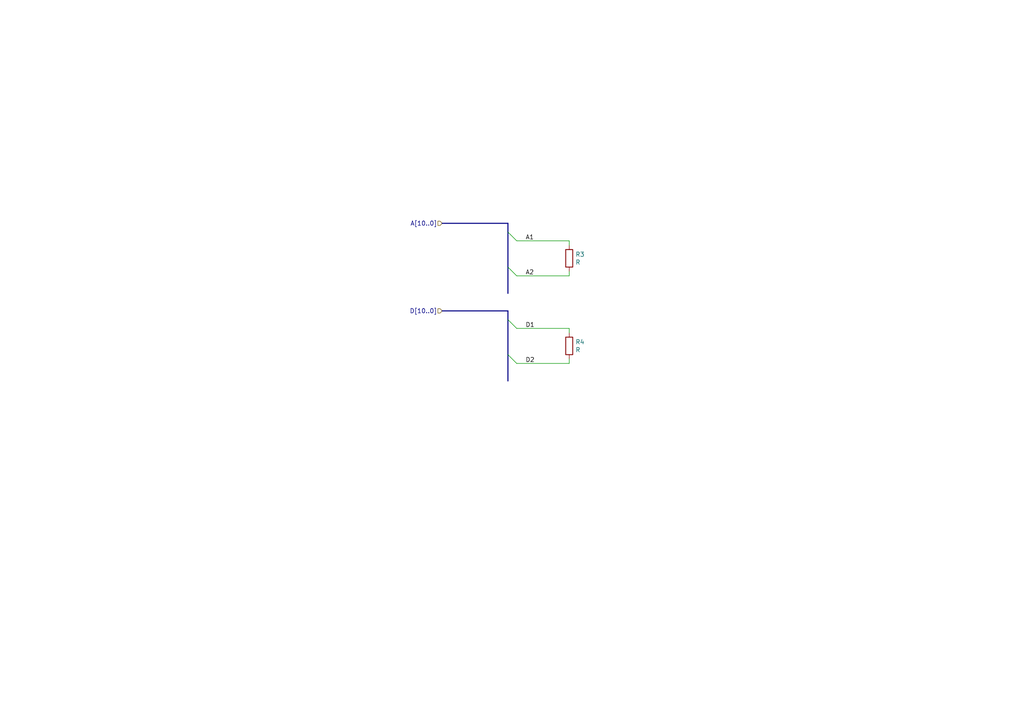
<source format=kicad_sch>
(kicad_sch (version 20200828) (generator eeschema)
  (page 4 4)
  (paper "A4")
  (lib_symbols
    (symbol "Device:R" (pin_numbers hide) (pin_names (offset 0))
      (property "Reference" "R" (at 2.032 0 90))
      (property "Value" "R" (at 0 0 90))
      (symbol "R_0_1"
        (rectangle (start -1.016 -2.54) (end 1.016 2.54) (stroke (width 0.254)))
      )
      (symbol "R_1_1"
        (pin passive line (at 0 3.81 270) (length 1.27) (name "~") (number "1"))
        (pin passive line (at 0 -3.81 90) (length 1.27) (name "~") (number "2"))
      )
    )
  )
  (bus_entry (at 147.32 67.31) (size 2.54 2.54) (stroke (width 0.1524)))
  (bus_entry (at 147.32 77.47) (size 2.54 2.54) (stroke (width 0.1524)))
  (bus_entry (at 147.32 92.71) (size 2.54 2.54) (stroke (width 0.1524)))
  (bus_entry (at 147.32 102.87) (size 2.54 2.54) (stroke (width 0.1524)))
  (wire (pts (xy 149.86 69.85) (xy 165.1 69.85)))
  (wire (pts (xy 149.86 80.01) (xy 165.1 80.01)))
  (wire (pts (xy 149.86 95.25) (xy 165.1 95.25)))
  (wire (pts (xy 149.86 105.41) (xy 165.1 105.41)))
  (wire (pts (xy 165.1 69.85) (xy 165.1 71.12)))
  (wire (pts (xy 165.1 78.74) (xy 165.1 80.01)))
  (wire (pts (xy 165.1 95.25) (xy 165.1 96.52)))
  (wire (pts (xy 165.1 104.14) (xy 165.1 105.41)))
  (bus (pts (xy 128.27 64.77) (xy 147.32 64.77)))
  (bus (pts (xy 128.27 90.17) (xy 147.32 90.17)))
  (bus (pts (xy 147.32 64.77) (xy 147.32 67.31)))
  (bus (pts (xy 147.32 67.31) (xy 147.32 77.47)))
  (bus (pts (xy 147.32 77.47) (xy 147.32 85.09)))
  (bus (pts (xy 147.32 90.17) (xy 147.32 92.71)))
  (bus (pts (xy 147.32 92.71) (xy 147.32 102.87)))
  (bus (pts (xy 147.32 102.87) (xy 147.32 110.49)))
  (label "A1" (at 152.4 69.85 0))
  (label "A2" (at 152.4 80.01 0))
  (label "D1" (at 152.4 95.25 0))
  (label "D2" (at 152.4 105.41 0))
  (hierarchical_label "A[10..0]" (shape input) (at 128.27 64.77 180))
  (hierarchical_label "D[10..0]" (shape input) (at 128.27 90.17 180))
  (symbol (lib_id "Device:R") (at 165.1 74.93 0) (unit 1)
    (property "Reference" "R3" (at 166.878 73.787 0) (effects (justify left)))
    (property "Value" "R" (at 166.8781 76.0793 0) (effects (justify left)))
  )
  (symbol (lib_id "Device:R") (at 165.1 100.33 0) (unit 1)
    (property "Reference" "R4" (at 166.878 99.187 0) (effects (justify left)))
    (property "Value" "R" (at 166.8781 101.4793 0) (effects (justify left)))
  )
)
</source>
